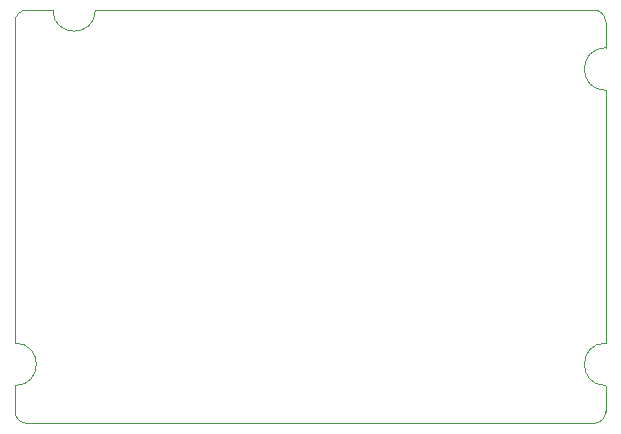
<source format=gbr>
%TF.GenerationSoftware,KiCad,Pcbnew,8.0.3*%
%TF.CreationDate,2024-07-19T10:15:31+08:00*%
%TF.ProjectId,h750xb_core,68373530-7862-45f6-936f-72652e6b6963,rev?*%
%TF.SameCoordinates,Original*%
%TF.FileFunction,Profile,NP*%
%FSLAX46Y46*%
G04 Gerber Fmt 4.6, Leading zero omitted, Abs format (unit mm)*
G04 Created by KiCad (PCBNEW 8.0.3) date 2024-07-19 10:15:31*
%MOMM*%
%LPD*%
G01*
G04 APERTURE LIST*
%TA.AperFunction,Profile*%
%ADD10C,0.050000*%
%TD*%
G04 APERTURE END LIST*
D10*
X58470400Y-111697200D02*
X62070400Y-111697200D01*
X65270400Y-77697200D02*
X65270400Y-79897200D01*
X65270400Y-110697200D02*
X65270400Y-108497200D01*
X65270400Y-108497200D02*
G75*
G02*
X65270400Y-104897200I0J1800000D01*
G01*
X22070400Y-76697200D02*
G75*
G02*
X18470400Y-76697200I-1800000J0D01*
G01*
X65270400Y-83497200D02*
X65270400Y-104897200D01*
X58470400Y-111697200D02*
X16270400Y-111697200D01*
X15270400Y-104897200D02*
X15270400Y-77697200D01*
X15270400Y-104897200D02*
G75*
G02*
X15270400Y-108497200I0J-1800000D01*
G01*
X15270400Y-77697200D02*
G75*
G02*
X16270400Y-76697200I1000000J0D01*
G01*
X22070400Y-76697200D02*
X64270400Y-76697200D01*
X64270400Y-111697200D02*
X62070400Y-111697200D01*
X16270400Y-111697200D02*
G75*
G02*
X15270400Y-110697200I0J1000000D01*
G01*
X65270400Y-83497200D02*
G75*
G02*
X65270400Y-79897200I0J1800000D01*
G01*
X65270400Y-110697200D02*
G75*
G02*
X64270400Y-111697200I-1000000J0D01*
G01*
X64270400Y-76697200D02*
G75*
G02*
X65270400Y-77697200I0J-1000000D01*
G01*
X16270400Y-76697200D02*
X18470400Y-76697200D01*
X15270400Y-108497200D02*
X15270400Y-110697200D01*
M02*

</source>
